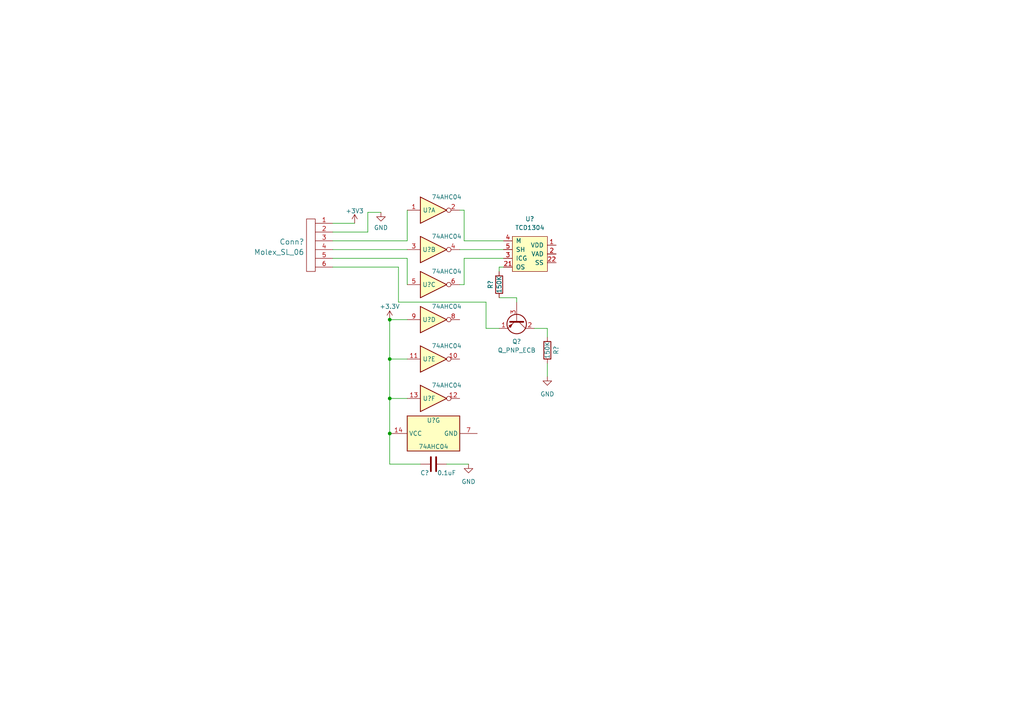
<source format=kicad_sch>
(kicad_sch (version 20211123) (generator eeschema)
  (paper "A4")
  (lib_symbols
    (symbol "74xx:74AHC04"
      (property "Reference" "U" (at 0 1.27 0))
      (property "Value" "74AHC04" (at 0 -1.27 0))
      (symbol "74AHC04_1_0"
        (polyline (pts (xy -3.81 3.81) (xy -3.81 -3.81) (xy 3.81 0) (xy -3.81 3.81)) (stroke (width 0.254)) (fill (type background)))
        (pin input line (at -7.62 0 0) (length 3.81) (name "~") (number "1"))
        (pin output inverted (at 7.62 0 180) (length 3.81) (name "~") (number "2"))
      )
      (symbol "74AHC04_2_0"
        (polyline (pts (xy -3.81 3.81) (xy -3.81 -3.81) (xy 3.81 0) (xy -3.81 3.81)) (stroke (width 0.254)) (fill (type background)))
        (pin input line (at -7.62 0 0) (length 3.81) (name "~") (number "3"))
        (pin output inverted (at 7.62 0 180) (length 3.81) (name "~") (number "4"))
      )
      (symbol "74AHC04_3_0"
        (polyline (pts (xy -3.81 3.81) (xy -3.81 -3.81) (xy 3.81 0) (xy -3.81 3.81)) (stroke (width 0.254)) (fill (type background)))
        (pin input line (at -7.62 0 0) (length 3.81) (name "~") (number "5"))
        (pin output inverted (at 7.62 0 180) (length 3.81) (name "~") (number "6"))
      )
      (symbol "74AHC04_4_0"
        (polyline (pts (xy -3.81 3.81) (xy -3.81 -3.81) (xy 3.81 0) (xy -3.81 3.81)) (stroke (width 0.254)) (fill (type background)))
        (pin output inverted (at 7.62 0 180) (length 3.81) (name "~") (number "8"))
        (pin input line (at -7.62 0 0) (length 3.81) (name "~") (number "9"))
      )
      (symbol "74AHC04_5_0"
        (polyline (pts (xy -3.81 3.81) (xy -3.81 -3.81) (xy 3.81 0) (xy -3.81 3.81)) (stroke (width 0.254)) (fill (type background)))
        (pin output inverted (at 7.62 0 180) (length 3.81) (name "~") (number "10"))
        (pin input line (at -7.62 0 0) (length 3.81) (name "~") (number "11"))
      )
      (symbol "74AHC04_6_0"
        (polyline (pts (xy -3.81 3.81) (xy -3.81 -3.81) (xy 3.81 0) (xy -3.81 3.81)) (stroke (width 0.254)) (fill (type background)))
        (pin output inverted (at 7.62 0 180) (length 3.81) (name "~") (number "12"))
        (pin input line (at -7.62 0 0) (length 3.81) (name "~") (number "13"))
      )
      (symbol "74AHC04_7_0"
        (pin power_in line (at 0 12.7 270) (length 5.08) (name "VCC") (number "14"))
        (pin power_in line (at 0 -12.7 90) (length 5.08) (name "GND") (number "7"))
      )
      (symbol "74AHC04_7_1"
        (rectangle (start -5.08 7.62) (end 5.08 -7.62) (stroke (width 0.254)) (fill (type background)))
      )
    )
    (symbol "Device:C" (pin_numbers hide) (pin_names (offset 0.254))
      (property "Reference" "C" (at 0.635 2.54 0))
      (property "Value" "C" (at 0.635 -2.54 0))
      (symbol "C_0_1"
        (polyline (pts (xy -2.032 -0.762) (xy 2.032 -0.762)) (stroke (width 0.508)))
        (polyline (pts (xy -2.032 0.762) (xy 2.032 0.762)) (stroke (width 0.508)))
      )
      (symbol "C_1_1"
        (pin passive line (at 0 3.81 270) (length 2.794) (name "~") (number "1"))
        (pin passive line (at 0 -3.81 90) (length 2.794) (name "~") (number "2"))
      )
    )
    (symbol "Device:Q_PNP_ECB" (pin_names (offset 0) hide)
      (property "Reference" "Q" (at 5.08 1.27 0))
      (property "Value" "Q_PNP_ECB" (at 5.08 -1.27 0))
      (symbol "Q_PNP_ECB_0_1"
        (polyline (pts (xy 0.635 0.635) (xy 2.54 2.54)))
        (polyline (pts (xy 0.635 -0.635) (xy 2.54 -2.54) (xy 2.54 -2.54)))
        (polyline (pts (xy 0.635 1.905) (xy 0.635 -1.905) (xy 0.635 -1.905)) (stroke (width 0.508)))
        (polyline (pts (xy 2.286 -1.778) (xy 1.778 -2.286) (xy 1.27 -1.27) (xy 2.286 -1.778) (xy 2.286 -1.778)) (fill (type outline)))
        (circle (center 1.27 0) (radius 2.8194) (stroke (width 0.254)))
      )
      (symbol "Q_PNP_ECB_1_1"
        (pin passive line (at 2.54 -5.08 90) (length 2.54) (name "E") (number "1"))
        (pin passive line (at 2.54 5.08 270) (length 2.54) (name "C") (number "2"))
        (pin input line (at -5.08 0 0) (length 5.715) (name "B") (number "3"))
      )
    )
    (symbol "Device:R" (pin_numbers hide) (pin_names (offset 0))
      (property "Reference" "R" (at 2.032 0 90))
      (property "Value" "R" (at 0 0 90))
      (symbol "R_0_1"
        (rectangle (start -1.016 -2.54) (end 1.016 2.54) (stroke (width 0.254)))
      )
      (symbol "R_1_1"
        (pin passive line (at 0 3.81 270) (length 1.27) (name "~") (number "1"))
        (pin passive line (at 0 -3.81 90) (length 1.27) (name "~") (number "2"))
      )
    )
    (symbol "MRDT_Sensors:TCD1304" (pin_names (offset 1.016))
      (property "Reference" "U" (at 8.89 -1.27 0))
      (property "Value" "TCD1304" (at 5.08 11.43 0))
      (symbol "TCD1304_0_1"
        (rectangle (start 10.16 0) (end 0 10.16) (fill (type background)))
      )
      (symbol "TCD1304_1_1"
        (pin input line (at -2.54 7.62 0) (length 2.54) (name "VDD") (number "1"))
        (pin input line (at -2.54 5.08 0) (length 2.54) (name "VAD") (number "2"))
        (pin input line (at 12.7 1.27 180) (length 2.54) (name "OS") (number "21"))
        (pin input line (at -2.54 2.54 0) (length 2.54) (name "SS") (number "22"))
        (pin input line (at 12.7 3.81 180) (length 2.54) (name "ICG") (number "3"))
        (pin input line (at 12.7 8.89 180) (length 2.54) (name "M") (number "4"))
        (pin input line (at 12.7 6.35 180) (length 2.54) (name "SH") (number "5"))
      )
    )
    (symbol "Molex_SL_06:Molex_SL_06" (pin_names (offset 1.016))
      (property "Reference" "Conn" (at 3.81 -1.27 0))
      (property "Value" "Molex_SL_06" (at 1.27 13.97 0))
      (symbol "Molex_SL_06_0_1"
        (rectangle (start 0 12.7) (end 2.54 -2.54))
      )
      (symbol "Molex_SL_06_1_1"
        (pin input line (at -5.08 11.43 0) (length 5) (name "~") (number "1"))
        (pin input line (at -5.08 8.89 0) (length 5) (name "~") (number "2"))
        (pin input line (at -5.08 6.35 0) (length 5) (name "~") (number "3"))
        (pin input line (at -5.08 3.81 0) (length 5) (name "~") (number "4"))
        (pin input line (at -5.08 1.27 0) (length 5) (name "~") (number "5"))
        (pin input line (at -5.08 -1.27 0) (length 5) (name "") (number "6"))
      )
    )
    (symbol "power:+3.3V" (power) (pin_names (offset 0))
      (property "Value" "+3.3V" (at 0 3.556 0))
      (symbol "+3.3V_0_1"
        (polyline (pts (xy -0.762 1.27) (xy 0 2.54)))
        (polyline (pts (xy 0 0) (xy 0 2.54)))
        (polyline (pts (xy 0 2.54) (xy 0.762 1.27)))
      )
      (symbol "+3.3V_1_1"
        (pin power_in line (at 0 0 90) (length 0) hide (name "+3.3V") (number "1"))
      )
    )
    (symbol "power:+3V3" (power) (pin_names (offset 0))
      (property "Value" "+3V3" (at 0 3.556 0))
      (symbol "+3V3_0_1"
        (polyline (pts (xy -0.762 1.27) (xy 0 2.54)))
        (polyline (pts (xy 0 0) (xy 0 2.54)))
        (polyline (pts (xy 0 2.54) (xy 0.762 1.27)))
      )
      (symbol "+3V3_1_1"
        (pin power_in line (at 0 0 90) (length 0) hide (name "+3V3") (number "1"))
      )
    )
    (symbol "power:GND" (power) (pin_names (offset 0))
      (property "Value" "GND" (at 0 -3.81 0))
      (symbol "GND_0_1"
        (polyline (pts (xy 0 0) (xy 0 -1.27) (xy 1.27 -1.27) (xy 0 -2.54) (xy -1.27 -1.27) (xy 0 -1.27)))
      )
      (symbol "GND_1_1"
        (pin power_in line (at 0 0 270) (length 0) hide (name "GND") (number "1"))
      )
    )
  )
  (junction (at 113.03 92.71))
  (junction (at 113.03 115.57))
  (junction (at 113.03 125.73))
  (junction (at 113.03 104.14))
  (wire (pts (xy 134.62 60.96) (xy 133.35 60.96)))
  (wire (pts (xy 134.62 74.93) (xy 146.05 74.93)))
  (wire (pts (xy 158.75 105.41) (xy 158.75 109.22)))
  (wire (pts (xy 134.62 82.55) (xy 134.62 74.93)))
  (wire (pts (xy 144.78 77.47) (xy 144.78 78.74)))
  (wire (pts (xy 110.49 61.595) (xy 106.68 61.595)))
  (wire (pts (xy 158.75 97.79) (xy 158.75 95.25)))
  (wire (pts (xy 144.78 95.25) (xy 140.97 95.25)))
  (wire (pts (xy 134.62 82.55) (xy 133.35 82.55)))
  (wire (pts (xy 144.78 77.47) (xy 146.05 77.47)))
  (wire (pts (xy 113.03 115.57) (xy 113.03 104.14)))
  (wire (pts (xy 140.97 87.63) (xy 115.57 87.63)))
  (wire (pts (xy 96.52 69.85) (xy 118.11 69.85)))
  (wire (pts (xy 133.35 72.39) (xy 146.05 72.39)))
  (wire (pts (xy 134.62 69.85) (xy 146.05 69.85)))
  (wire (pts (xy 115.57 77.47) (xy 96.52 77.47)))
  (wire (pts (xy 96.52 74.93) (xy 118.11 74.93)))
  (wire (pts (xy 102.87 64.77) (xy 96.52 64.77)))
  (wire (pts (xy 113.03 104.14) (xy 113.03 92.71)))
  (wire (pts (xy 149.86 86.36) (xy 149.86 87.63)))
  (wire (pts (xy 106.68 67.31) (xy 96.52 67.31)))
  (wire (pts (xy 118.11 69.85) (xy 118.11 60.96)))
  (wire (pts (xy 115.57 87.63) (xy 115.57 77.47)))
  (wire (pts (xy 96.52 72.39) (xy 118.11 72.39)))
  (wire (pts (xy 118.11 115.57) (xy 113.03 115.57)))
  (wire (pts (xy 129.54 134.62) (xy 135.89 134.62)))
  (wire (pts (xy 158.75 95.25) (xy 154.94 95.25)))
  (wire (pts (xy 134.62 60.96) (xy 134.62 69.85)))
  (wire (pts (xy 113.03 104.14) (xy 118.11 104.14)))
  (wire (pts (xy 106.68 61.595) (xy 106.68 67.31)))
  (wire (pts (xy 144.78 86.36) (xy 149.86 86.36)))
  (wire (pts (xy 113.03 134.62) (xy 113.03 125.73)))
  (wire (pts (xy 113.03 115.57) (xy 113.03 125.73)))
  (wire (pts (xy 140.97 95.25) (xy 140.97 87.63)))
  (wire (pts (xy 113.03 92.71) (xy 118.11 92.71)))
  (wire (pts (xy 121.92 134.62) (xy 113.03 134.62)))
  (wire (pts (xy 118.11 74.93) (xy 118.11 82.55)))
  (symbol (lib_id "power:GND") (at 135.89 134.62 0) (unit 1)
    (property "Reference" "#PWR?" (effects hide))
    (property "Value" "GND" (at 135.89 139.7 0))
  )
  (symbol (lib_id "MRDT_Sensors:TCD1304") (at 158.75 78.74 0) (mirror y) (unit 1)
    (property "Reference" "U?" (at 153.67 63.5 0))
    (property "Value" "TCD1304" (at 153.67 66.04 0))
  )
  (symbol (lib_id "Molex_SL_06:Molex_SL_06") (at 91.44 76.2 0) (mirror y) (unit 1)
    (property "Reference" "Conn?" (at 88.265 70.1438 0) (effects (font (size 1.524 1.524)) (justify left)))
    (property "Value" "Molex_SL_06" (at 88.265 73.1372 0) (effects (font (size 1.524 1.524)) (justify left)))
    (property "Footprint" "Connector_Molex:Molex_SL_171971-0006_1x06_P2.54mm_Vertical" (effects hide))
  )
  (symbol (lib_id "power:GND") (at 158.75 109.22 0) (mirror y) (unit 1)
    (property "Reference" "#PWR?" (effects hide))
    (property "Value" "GND" (at 158.75 114.3 0))
  )
  (symbol (lib_id "power:GND") (at 110.49 61.595 0) (mirror y) (unit 1)
    (property "Reference" "#PWR?" (effects hide))
    (property "Value" "GND" (at 110.49 66.0384 0))
  )
  (symbol (lib_id "74xx:74AHC04") (at 125.73 82.55 0) (unit 3)
    (property "Reference" "U?" (at 124.46 82.55 0))
    (property "Value" "74AHC04" (at 129.54 78.74 0))
    (property "Datasheet" "https://assets.nexperia.com/documents/data-sheet/74AHC_AHCT04.pdf" (effects hide))
  )
  (symbol (lib_id "74xx:74AHC04") (at 125.73 104.14 0) (unit 5)
    (property "Reference" "U?" (at 124.46 104.14 0))
    (property "Value" "74AHC04" (at 129.54 100.33 0))
    (property "Datasheet" "https://assets.nexperia.com/documents/data-sheet/74AHC_AHCT04.pdf" (effects hide))
  )
  (symbol (lib_id "power:+3V3") (at 102.87 64.77 0) (mirror y) (unit 1)
    (property "Reference" "#PWR?" (effects hide))
    (property "Value" "+3V3" (at 102.87 61.1942 0))
  )
  (symbol (lib_id "74xx:74AHC04") (at 125.73 60.96 0) (unit 1)
    (property "Reference" "U?" (at 124.46 60.96 0))
    (property "Value" "74AHC04" (at 129.54 57.15 0))
    (property "Datasheet" "https://assets.nexperia.com/documents/data-sheet/74AHC_AHCT04.pdf" (effects hide))
  )
  (symbol (lib_id "power:+3.3V") (at 113.03 92.71 0) (unit 1)
    (property "Reference" "#PWR?" (effects hide))
    (property "Value" "+3.3V" (at 113.03 88.9 0))
  )
  (symbol (lib_id "74xx:74AHC04") (at 125.73 72.39 0) (unit 2)
    (property "Reference" "U?" (at 124.46 72.39 0))
    (property "Value" "74AHC04" (at 129.54 68.58 0))
    (property "Datasheet" "https://assets.nexperia.com/documents/data-sheet/74AHC_AHCT04.pdf" (effects hide))
  )
  (symbol (lib_id "74xx:74AHC04") (at 125.73 92.71 0) (unit 4)
    (property "Reference" "U?" (at 124.46 92.71 0))
    (property "Value" "74AHC04" (at 129.54 88.9 0))
    (property "Datasheet" "https://assets.nexperia.com/documents/data-sheet/74AHC_AHCT04.pdf" (effects hide))
  )
  (symbol (lib_id "74xx:74AHC04") (at 125.73 125.73 90) (unit 7)
    (property "Reference" "U?" (at 125.73 121.92 90))
    (property "Value" "74AHC04" (at 125.73 129.54 90))
    (property "Datasheet" "https://assets.nexperia.com/documents/data-sheet/74AHC_AHCT04.pdf" (effects hide))
  )
  (symbol (lib_id "74xx:74AHC04") (at 125.73 115.57 0) (unit 6)
    (property "Reference" "U?" (at 124.46 115.57 0))
    (property "Value" "74AHC04" (at 129.54 111.76 0))
    (property "Datasheet" "https://assets.nexperia.com/documents/data-sheet/74AHC_AHCT04.pdf" (effects hide))
  )
  (symbol (lib_id "Device:Q_PNP_ECB") (at 149.86 92.71 270) (unit 1)
    (property "Reference" "Q?" (at 149.86 99.06 90))
    (property "Value" "Q_PNP_ECB" (at 149.86 101.6 90))
  )
  (symbol (lib_id "Device:R") (at 158.75 101.6 0) (mirror y) (unit 1)
    (property "Reference" "R?" (at 161.29 102.87 90) (effects (justify left)))
    (property "Value" "150K" (at 158.75 104.14 90) (effects (justify left)))
  )
  (symbol (lib_id "Device:C") (at 125.73 134.62 270) (unit 1)
    (property "Reference" "C?" (at 123.19 137.16 90))
    (property "Value" "0.1uF" (at 129.54 137.16 90))
  )
  (symbol (lib_id "Device:R") (at 144.78 82.55 0) (unit 1)
    (property "Reference" "R?" (at 142.24 83.82 90) (effects (justify left)))
    (property "Value" "150K" (at 144.78 85.09 90) (effects (justify left)))
  )
)
</source>
